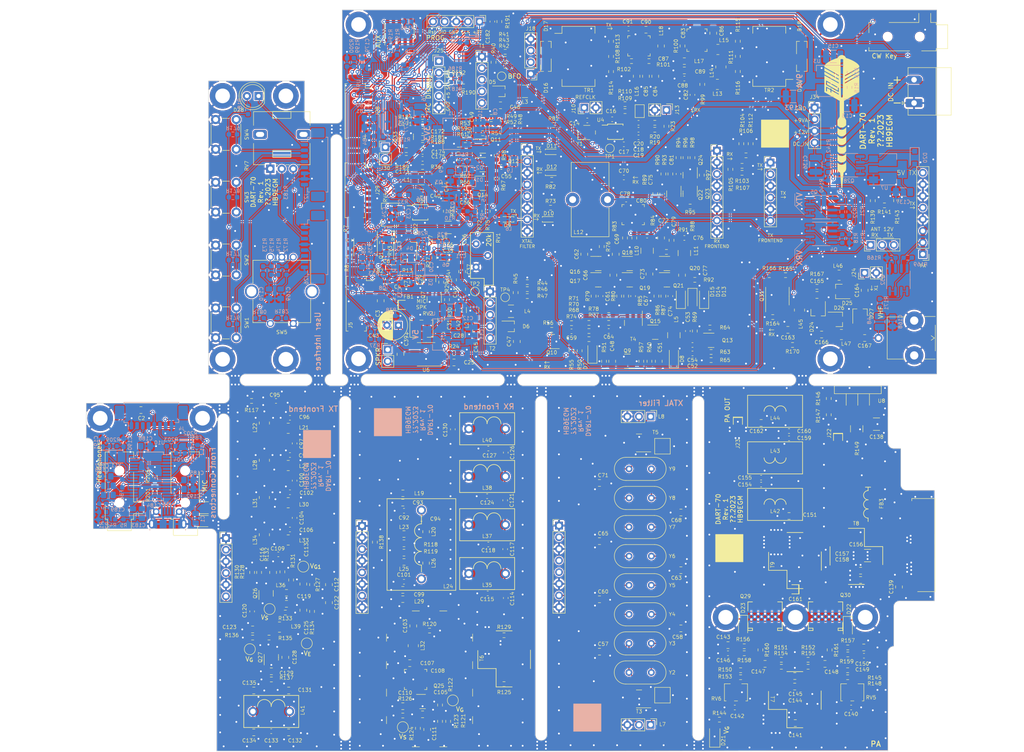
<source format=kicad_pcb>
(kicad_pcb (version 20221018) (generator pcbnew)

  (general
    (thickness 1.6)
  )

  (paper "A4")
  (title_block
    (title "DART-70 TRX")
    (date "2023-03-28")
    (rev "1")
    (company "HB9EGM")
  )

  (layers
    (0 "F.Cu" signal)
    (31 "B.Cu" signal)
    (32 "B.Adhes" user "B.Adhesive")
    (33 "F.Adhes" user "F.Adhesive")
    (34 "B.Paste" user)
    (35 "F.Paste" user)
    (36 "B.SilkS" user "B.Silkscreen")
    (37 "F.SilkS" user "F.Silkscreen")
    (38 "B.Mask" user)
    (39 "F.Mask" user)
    (40 "Dwgs.User" user "User.Drawings")
    (41 "Cmts.User" user "User.Comments")
    (42 "Eco1.User" user "User.Eco1")
    (43 "Eco2.User" user "User.Eco2")
    (44 "Edge.Cuts" user)
    (45 "Margin" user "Edge.Cuts.Setback")
    (46 "B.CrtYd" user "B.Courtyard")
    (47 "F.CrtYd" user "F.Courtyard")
    (48 "B.Fab" user)
    (49 "F.Fab" user)
    (50 "User.1" user "Milling")
    (51 "User.2" user)
    (52 "User.3" user)
    (53 "User.4" user)
    (54 "User.5" user)
    (55 "User.6" user)
    (56 "User.7" user)
    (57 "User.8" user)
    (58 "User.9" user)
  )

  (setup
    (stackup
      (layer "F.SilkS" (type "Top Silk Screen"))
      (layer "F.Paste" (type "Top Solder Paste"))
      (layer "F.Mask" (type "Top Solder Mask") (thickness 0.01))
      (layer "F.Cu" (type "copper") (thickness 0.035))
      (layer "dielectric 1" (type "core") (thickness 1.51) (material "FR4") (epsilon_r 4.5) (loss_tangent 0.02))
      (layer "B.Cu" (type "copper") (thickness 0.035))
      (layer "B.Mask" (type "Bottom Solder Mask") (thickness 0.01))
      (layer "B.Paste" (type "Bottom Solder Paste"))
      (layer "B.SilkS" (type "Bottom Silk Screen"))
      (copper_finish "None")
      (dielectric_constraints no)
    )
    (pad_to_mask_clearance 0)
    (pcbplotparams
      (layerselection 0x000d130_ffffffff)
      (plot_on_all_layers_selection 0x0000000_00000000)
      (disableapertmacros false)
      (usegerberextensions false)
      (usegerberattributes true)
      (usegerberadvancedattributes true)
      (creategerberjobfile true)
      (dashed_line_dash_ratio 12.000000)
      (dashed_line_gap_ratio 3.000000)
      (svgprecision 6)
      (plotframeref false)
      (viasonmask false)
      (mode 1)
      (useauxorigin false)
      (hpglpennumber 1)
      (hpglpenspeed 20)
      (hpglpendiameter 15.000000)
      (dxfpolygonmode true)
      (dxfimperialunits true)
      (dxfusepcbnewfont true)
      (psnegative false)
      (psa4output false)
      (plotreference true)
      (plotvalue true)
      (plotinvisibletext false)
      (sketchpadsonfab false)
      (subtractmaskfromsilk false)
      (outputformat 4)
      (mirror false)
      (drillshape 0)
      (scaleselection 1)
      (outputdirectory "out")
    )
  )

  (net 0 "")
  (net 1 "+12V")
  (net 2 "GND")
  (net 3 "Net-(C1-Pad1)")
  (net 4 "Net-(J4-Pin_7)")
  (net 5 "+9VA")
  (net 6 "/MIC")
  (net 7 "Net-(C6-Pad2)")
  (net 8 "+5VA")
  (net 9 "Net-(J4-Pin_5)")
  (net 10 "Net-(J5-Pin_3)")
  (net 11 "Net-(J5-Pin_2)")
  (net 12 "Net-(Q2-C)")
  (net 13 "Net-(D1-K)")
  (net 14 "Net-(D2-K)")
  (net 15 "/BFO")
  (net 16 "Net-(J10-In)")
  (net 17 "Net-(U4-XA)")
  (net 18 "Net-(U3-ADJ)")
  (net 19 "/Antenna Switch/TX")
  (net 20 "Net-(U4-CLK1)")
  (net 21 "Net-(C18-Pad2)")
  (net 22 "Net-(U4-CLK2)")
  (net 23 "Net-(U4-CLK0)")
  (net 24 "Net-(JP1-A)")
  (net 25 "Net-(Q6-B)")
  (net 26 "Net-(C22-Pad1)")
  (net 27 "Net-(U5-IN+)")
  (net 28 "Net-(U5-VCAIN)")
  (net 29 "Net-(U5-BUFOUT)")
  (net 30 "Net-(C21-Pad2)")
  (net 31 "Net-(C26-Pad1)")
  (net 32 "Net-(U6-VDD)")
  (net 33 "Net-(C26-Pad2)")
  (net 34 "Net-(C28-Pad1)")
  (net 35 "+VRX")
  (net 36 "Net-(U6-VIN)")
  (net 37 "Net-(Q6-C)")
  (net 38 "/Baseband/VAGC")
  (net 39 "Net-(D3-K)")
  (net 40 "Net-(Q7-C)")
  (net 41 "Net-(C29-Pad1)")
  (net 42 "Net-(D4-K)")
  (net 43 "Net-(C41-Pad2)")
  (net 44 "Net-(U5-AVG)")
  (net 45 "/Baseband/SPKR_OUT")
  (net 46 "Net-(Q7-B)")
  (net 47 "Net-(U6-BYPASS)")
  (net 48 "Net-(C40-Pad1)")
  (net 49 "Net-(U5-VOUT)")
  (net 50 "Net-(C46-Pad1)")
  (net 51 "Net-(C46-Pad2)")
  (net 52 "Net-(C47-Pad1)")
  (net 53 "Net-(C47-Pad2)")
  (net 54 "Net-(C48-Pad1)")
  (net 55 "Net-(J15-Pin_1)")
  (net 56 "Net-(T1-SC)")
  (net 57 "Net-(C49-Pad2)")
  (net 58 "Net-(C50-Pad1)")
  (net 59 "Net-(C42-Pad2)")
  (net 60 "Net-(T2-SC)")
  (net 61 "Net-(C53-Pad1)")
  (net 62 "Net-(D7-K)")
  (net 63 "Net-(Q11-B)")
  (net 64 "Net-(Q11-E)")
  (net 65 "Net-(D8-K)")
  (net 66 "Net-(Q13-E)")
  (net 67 "Net-(Q15-E)")
  (net 68 "Net-(C52-Pad2)")
  (net 69 "Net-(Q12-C)")
  (net 70 "Net-(C60-Pad2)")
  (net 71 "Net-(C56-Pad1)")
  (net 72 "Net-(C58-Pad2)")
  (net 73 "Net-(C63-Pad2)")
  (net 74 "Net-(Q14-E)")
  (net 75 "Net-(C59-Pad1)")
  (net 76 "Net-(C65-Pad2)")
  (net 77 "Net-(T3-PR2)")
  (net 78 "Net-(Q17-S)")
  (net 79 "Net-(Q16-B)")
  (net 80 "Net-(T4-PR2)")
  (net 81 "Net-(Q18-C)")
  (net 82 "Net-(Q17-G)")
  (net 83 "Net-(Q19-S)")
  (net 84 "Net-(Q18-B)")
  (net 85 "Net-(C72-Pad2)")
  (net 86 "Net-(D12-A)")
  (net 87 "Net-(Q22-E)")
  (net 88 "Net-(T5-PR2)")
  (net 89 "Net-(C68-Pad2)")
  (net 90 "Net-(C76-Pad2)")
  (net 91 "Net-(Q20-C)")
  (net 92 "Net-(Q19-G)")
  (net 93 "Net-(Q21-S)")
  (net 94 "Net-(C81-Pad1)")
  (net 95 "Net-(Q22-C)")
  (net 96 "Net-(Q21-G)")
  (net 97 "Net-(C82-Pad2)")
  (net 98 "Net-(Q20-B)")
  (net 99 "Net-(C77-Pad2)")
  (net 100 "Net-(Q24-E)")
  (net 101 "Net-(C87-Pad2)")
  (net 102 "Net-(C83-Pad1)")
  (net 103 "/70MHz VHF Frontend/VHF_RX")
  (net 104 "/70MHz VHF Frontend/TX_FROM_MIX")
  (net 105 "Net-(C84-Pad2)")
  (net 106 "Net-(C87-Pad1)")
  (net 107 "Net-(C88-Pad2)")
  (net 108 "Net-(C101-Pad2)")
  (net 109 "Net-(Q24-B)")
  (net 110 "Net-(C94-Pad1)")
  (net 111 "Net-(C95-Pad2)")
  (net 112 "Net-(C109-Pad2)")
  (net 113 "/70MHz VHF Frontend/+VTX_FE")
  (net 114 "Net-(TR2-RX-)")
  (net 115 "Net-(C103-Pad2)")
  (net 116 "Net-(C104-Pad1)")
  (net 117 "Net-(C114-Pad2)")
  (net 118 "Net-(J18-Pin_3)")
  (net 119 "Net-(Q25-G1)")
  (net 120 "Net-(Q25-G2)")
  (net 121 "Net-(Q25-S)")
  (net 122 "Net-(C121-Pad1)")
  (net 123 "Net-(C125-Pad2)")
  (net 124 "Net-(C126-Pad1)")
  (net 125 "Net-(C128-Pad1)")
  (net 126 "Net-(T6-AA)")
  (net 127 "Net-(T6-SB)")
  (net 128 "/70MHz VHF Frontend/RX_TO_MIX")
  (net 129 "/70MHz VHF Frontend/VHF_TX")
  (net 130 "Net-(C113-Pad2)")
  (net 131 "VGG1")
  (net 132 "Net-(Q26-G1)")
  (net 133 "Net-(Q26-S)")
  (net 134 "Net-(C117-Pad2)")
  (net 135 "Net-(Q26-D)")
  (net 136 "Net-(Q27-B)")
  (net 137 "Net-(Q27-C)")
  (net 138 "VGG2")
  (net 139 "+3V3")
  (net 140 "/PA 70MHz/VG_5V")
  (net 141 "Net-(Q27-E)")
  (net 142 "Net-(D20-A)")
  (net 143 "Net-(C159-Pad2)")
  (net 144 "/Control on separate board/ENC_B")
  (net 145 "/Control on separate board/ENC_A")
  (net 146 "/Control on separate board/3.3V_UI")
  (net 147 "Net-(J21-Pin_1)")
  (net 148 "Net-(C171-Pad1)")
  (net 149 "Net-(C172-Pad1)")
  (net 150 "Net-(C147-Pad1)")
  (net 151 "Net-(C148-Pad1)")
  (net 152 "Net-(T7-AB)")
  (net 153 "Net-(J21-Pin_5)")
  (net 154 "Net-(C154-Pad2)")
  (net 155 "Net-(T7-SB)")
  (net 156 "Net-(T7-SA)")
  (net 157 "Net-(T9-SB)")
  (net 158 "Net-(Q30-D)")
  (net 159 "Net-(Q29-D)")
  (net 160 "Net-(J23-In)")
  (net 161 "Net-(D24-K)")
  (net 162 "Net-(D25-A)")
  (net 163 "Net-(D24-A)")
  (net 164 "Net-(D26-K)")
  (net 165 "Net-(J26-Pin_7)")
  (net 166 "Net-(J26-Pin_6)")
  (net 167 "Net-(Q33-B)")
  (net 168 "Net-(U9-VDDA)")
  (net 169 "Net-(U10-VINL)")
  (net 170 "Net-(U10-VINR)")
  (net 171 "Net-(U10-VOUTL)")
  (net 172 "Net-(U10-VOUTR)")
  (net 173 "Net-(U10-VCOM)")
  (net 174 "Net-(T1-SA)")
  (net 175 "Net-(T1-SB)")
  (net 176 "Net-(T2-SA)")
  (net 177 "Net-(T2-SB)")
  (net 178 "Net-(D7-A)")
  (net 179 "/Control on separate board/STATUSn")
  (net 180 "Net-(D8-A)")
  (net 181 "Net-(D10-K)")
  (net 182 "Net-(D9-A)")
  (net 183 "Net-(D10-A)")
  (net 184 "Net-(C166-Pad1)")
  (net 185 "Net-(D11-K)")
  (net 186 "Net-(C168-Pad2)")
  (net 187 "Net-(D11-A)")
  (net 188 "Net-(D13-A)")
  (net 189 "/CW_RING")
  (net 190 "/CW_TIP")
  (net 191 "Net-(D14-A)")
  (net 192 "Net-(D15-A)")
  (net 193 "Net-(C174-Pad1)")
  (net 194 "/Baseband/SPKR_DET")
  (net 195 "Net-(TR1-RD+)")
  (net 196 "Net-(TR1-RD-)")
  (net 197 "Net-(TR1-TD-)")
  (net 198 "Net-(TR1-TD+)")
  (net 199 "Net-(TR2-RD+)")
  (net 200 "/Baseband/GPIO_XTAL")
  (net 201 "/EN_VRX")
  (net 202 "/EN_VTX")
  (net 203 "Net-(TR2-RD-)")
  (net 204 "/Baseband/CW_KEYn")
  (net 205 "/Baseband/CW_TONE")
  (net 206 "/MIC_PTT")
  (net 207 "/Baseband/SPKR_VOL")
  (net 208 "/MUTE_MICn")
  (net 209 "/SDA")
  (net 210 "/SCL")
  (net 211 "/S_METER")
  (net 212 "/Baseband/VHF_IN")
  (net 213 "/Baseband/VHF_OUT")
  (net 214 "/CLK1")
  (net 215 "Net-(TR2-TD-)")
  (net 216 "+VTX")
  (net 217 "Net-(TR2-TD+)")
  (net 218 "unconnected-(J2-PadNC)")
  (net 219 "unconnected-(J2-PadR1)")
  (net 220 "Net-(D20-K)")
  (net 221 "/Control on separate board/DISP_LAT")
  (net 222 "/Control on separate board/I2C2_SDA")
  (net 223 "/Control on separate board/I2C2_SCL")
  (net 224 "/Control on separate board/PC14")
  (net 225 "/Control on separate board/PC13")
  (net 226 "unconnected-(J2-PadTN)")
  (net 227 "/Control on separate board/USART1_TX")
  (net 228 "/Control on separate board/USART1_RX")
  (net 229 "/Control on separate board/PB15")
  (net 230 "/Control on separate board/SWCLK")
  (net 231 "/Control on separate board/SWDIO")
  (net 232 "/Control on separate board/RESETn")
  (net 233 "/LO1")
  (net 234 "Net-(L14-Pad1)")
  (net 235 "Net-(D21-A)")
  (net 236 "Net-(D22-A)")
  (net 237 "Net-(L21-Pad2)")
  (net 238 "Net-(L23-Pad2)")
  (net 239 "Net-(L25-Pad2)")
  (net 240 "Net-(D23-A)")
  (net 241 "unconnected-(D24-NC-Pad2)")
  (net 242 "unconnected-(J8-PadTN)")
  (net 243 "unconnected-(D25-NC-Pad2)")
  (net 244 "unconnected-(D26-NC-Pad2)")
  (net 245 "unconnected-(D27-NC-Pad2)")
  (net 246 "Net-(D28-K)")
  (net 247 "Net-(D28-A)")
  (net 248 "Net-(J6-Pin_2)")
  (net 249 "Net-(J22-Pin_2)")
  (net 250 "Net-(J4-Pin_6)")
  (net 251 "Net-(J4-Pin_3)")
  (net 252 "Net-(J4-Pin_2)")
  (net 253 "Net-(J5-Pin_4)")
  (net 254 "Net-(J15-Pin_2)")
  (net 255 "Net-(J17-Pin_2)")
  (net 256 "unconnected-(J17-Pin_4-Pad4)")
  (net 257 "unconnected-(J17-Pin_5-Pad5)")
  (net 258 "/70MHz VHF Frontend/+VRX_FE")
  (net 259 "Net-(J17-Pin_7)")
  (net 260 "Net-(J20-Pin_5)")
  (net 261 "Net-(J22-Pin_1)")
  (net 262 "Net-(J26-Pin_2)")
  (net 263 "Net-(J26-Pin_3)")
  (net 264 "Net-(J26-Pin_5)")
  (net 265 "Net-(L13-Pad1)")
  (net 266 "Net-(L18-Pad1)")
  (net 267 "Net-(L20-Pad2)")
  (net 268 "Net-(L30-Pad2)")
  (net 269 "Net-(L33-Pad2)")
  (net 270 "Net-(J27-Pin_2)")
  (net 271 "Net-(J27-Pin_3)")
  (net 272 "Net-(J27-Pin_4)")
  (net 273 "Net-(J27-Pin_5)")
  (net 274 "Net-(J33-VBUS)")
  (net 275 "Net-(J33-ID)")
  (net 276 "Net-(JP2-C)")
  (net 277 "Net-(Q1A-G)")
  (net 278 "/Control on separate board/BTN0")
  (net 279 "/Control on separate board/BTN1")
  (net 280 "/Control on separate board/BTN2")
  (net 281 "/Control on separate board/BTN3")
  (net 282 "Net-(Q1B-G)")
  (net 283 "/Control on separate board/ENC_BTN")
  (net 284 "/Control on separate board/XTAL1")
  (net 285 "/Control on separate board/XTAL2")
  (net 286 "/Control on separate board/PWM_CW")
  (net 287 "/Control on separate board/MUTE_SPKR")
  (net 288 "Net-(Q2-B)")
  (net 289 "/Control on separate board/BOOT0")
  (net 290 "/Control on separate board/BOOT1")
  (net 291 "Net-(Q3-B)")
  (net 292 "Net-(Q4B-G)")
  (net 293 "Net-(Q5B-G)")
  (net 294 "Net-(Q8-B)")
  (net 295 "Net-(Q9-B)")
  (net 296 "Net-(Q11-C)")
  (net 297 "Net-(Q12-E)")
  (net 298 "Net-(Q13-B)")
  (net 299 "Net-(Q13-C)")
  (net 300 "Net-(Q15-B)")
  (net 301 "/Antenna Switch/RX")
  (net 302 "Net-(Q16-E)")
  (net 303 "Net-(Q16-C)")
  (net 304 "Net-(L27-Pad2)")
  (net 305 "Net-(Q18-E)")
  (net 306 "Net-(Q20-E)")
  (net 307 "Net-(Q22-B)")
  (net 308 "Net-(Q23-B)")
  (net 309 "/Antenna Switch/ANT")
  (net 310 "/Antenna Switch/V_{PIN}")
  (net 311 "Net-(Q25-D)")
  (net 312 "Net-(Q26-G2)")
  (net 313 "/TX_to_PA")
  (net 314 "/Baseband/AGC_to_METER")
  (net 315 "Net-(Q28B-G)")
  (net 316 "/PA 70MHz/V_{DD}")
  (net 317 "Net-(Q29-G)")
  (net 318 "Net-(Q30-G)")
  (net 319 "Net-(Q31B-D-Pad5)")
  (net 320 "Net-(Q31A-D-Pad7)")
  (net 321 "Net-(Q32B-G)")
  (net 322 "Net-(Q32B-D-Pad5)")
  (net 323 "Net-(R40-Pad2)")
  (net 324 "Net-(R44-Pad1)")
  (net 325 "Net-(U5-GATE)")
  (net 326 "Net-(C148-Pad2)")
  (net 327 "Net-(U5-COMP)")
  (net 328 "Net-(U6-HPSense)")
  (net 329 "Net-(C147-Pad2)")
  (net 330 "Net-(T1-AB)")
  (net 331 "Net-(T2-AB)")
  (net 332 "Net-(R110-Pad1)")
  (net 333 "Net-(TR2-C_RD)")
  (net 334 "Net-(R121-Pad2)")
  (net 335 "/VOX_PTTn")
  (net 336 "Net-(TR1-TX-)")
  (net 337 "/EN_PA")
  (net 338 "Net-(TR2-TX-)")
  (net 339 "Net-(U8-ADJ)")
  (net 340 "Net-(R148-Pad1)")
  (net 341 "Net-(R153-Pad1)")
  (net 342 "Net-(R172-Pad1)")
  (net 343 "Net-(U9-PA11)")
  (net 344 "Net-(U9-PA12)")
  (net 345 "Net-(R173-Pad2)")
  (net 346 "Net-(R183-Pad2)")
  (net 347 "/USB Audio/AF_OUT_L")
  (net 348 "/USB Audio/AF_IN")
  (net 349 "Net-(U10-D+)")
  (net 350 "Net-(U10-D-)")
  (net 351 "/USB Audio/VCC")
  (net 352 "/USB Audio/VDD")
  (net 353 "unconnected-(T3-PM-Pad2)")
  (net 354 "/USB Audio/AF_OUT_R")
  (net 355 "unconnected-(T4-PM-Pad2)")
  (net 356 "/USB Audio/XTI")
  (net 357 "/USB Audio/XTO")
  (net 358 "unconnected-(T5-PM-Pad2)")
  (net 359 "/USB Audio/USB_DM")
  (net 360 "/USB Audio/USB_DP")
  (net 361 "unconnected-(TR1-C_RX-Pad10)")
  (net 362 "unconnected-(TR1-C_TX-Pad15)")
  (net 363 "unconnected-(TR2-C_RX-Pad10)")
  (net 364 "unconnected-(TR2-C_TX-Pad15)")
  (net 365 "Net-(U4-XB)")
  (net 366 "unconnected-(U9-VBAT-Pad1)")
  (net 367 "/Control on separate board/USB_DM")
  (net 368 "/Control on separate board/USB_DP")
  (net 369 "unconnected-(U10-HID0-Pad5)")
  (net 370 "unconnected-(U10-HID1-Pad6)")
  (net 371 "Net-(C100-Pad2)")
  (net 372 "Net-(C100-Pad1)")
  (net 373 "unconnected-(U10-HID2-Pad7)")
  (net 374 "unconnected-(U10-DIN-Pad24)")
  (net 375 "unconnected-(U10-DOUT-Pad25)")
  (net 376 "Net-(R108-Pad2)")
  (net 377 "Net-(R180-Pad1)")
  (net 378 "/DC_IN")
  (net 379 "unconnected-(U10-SSPNDn-Pad28)")

  (footprint "Capacitor_SMD:C_0603_1608Metric_Pad1.08x0.95mm_HandSolder" (layer "F.Cu") (at 97.536 47.498 180))

  (footprint "Resistor_SMD:R_0603_1608Metric_Pad0.98x0.95mm_HandSolder" (layer "F.Cu") (at 60.325 137.795 -90))

  (footprint "Crystal:Crystal_HC49-U_Vertical" (layer "F.Cu") (at 142.595 140.589))

  (footprint "Resistor_SMD:R_0603_1608Metric_Pad0.98x0.95mm_HandSolder" (layer "F.Cu") (at 190.343 159.156 180))

  (footprint "Resistor_SMD:R_0603_1608Metric_Pad0.98x0.95mm_HandSolder" (layer "F.Cu") (at 156.972 73.914))

  (footprint "Package_SO:MSOP-10_3x3mm_P0.5mm" (layer "F.Cu") (at 97.028 59.182))

  (footprint "mpb:four_4mm_pads_narrow" (layer "F.Cu") (at 178.913 165.76 90))

  (footprint "Potentiometer_SMD:Potentiometer_Bourns_3214W_Vertical" (layer "F.Cu") (at 90.424 59.69 -90))

  (footprint "Potentiometer_SMD:Potentiometer_Bourns_3214W_Vertical" (layer "F.Cu") (at 93.726 67.564 180))

  (footprint "Resistor_SMD:R_0603_1608Metric_Pad0.98x0.95mm_HandSolder" (layer "F.Cu") (at 73.406 146.304 90))

  (footprint "Capacitor_SMD:C_0603_1608Metric_Pad1.08x0.95mm_HandSolder" (layer "F.Cu") (at 111.76 142.367))

  (footprint "Resistor_SMD:R_0603_1608Metric_Pad0.98x0.95mm_HandSolder" (layer "F.Cu") (at 126.1345 40.132))

  (footprint "Capacitor_SMD:C_0603_1608Metric_Pad1.08x0.95mm_HandSolder" (layer "F.Cu") (at 109.728 39.116 90))

  (footprint "Resistor_SMD:R_0603_1608Metric_Pad0.98x0.95mm_HandSolder" (layer "F.Cu") (at 64.008 152.019 180))

  (footprint "Capacitor_SMD:C_0805_2012Metric_Pad1.18x1.45mm_HandSolder" (layer "F.Cu") (at 178.786 162.712 180))

  (footprint "Capacitor_SMD:C_0805_2012Metric_Pad1.18x1.45mm_HandSolder" (layer "F.Cu") (at 178.8075 160.426 180))

  (footprint "Diode_SMD:D_SOD-123F" (layer "F.Cu") (at 153.924 77.978 90))

  (footprint "Resistor_SMD:R_0603_1608Metric_Pad0.98x0.95mm_HandSolder" (layer "F.Cu") (at 115.57 27.173 180))

  (footprint "mpb:PLD-1.5W" (layer "F.Cu") (at 185.517 147.472 180))

  (footprint "Capacitor_SMD:C_0805_2012Metric_Pad1.18x1.45mm_HandSolder" (layer "F.Cu") (at 201.549 140.97 90))

  (footprint "Capacitor_SMD:C_0805_2012Metric_Pad1.18x1.45mm_HandSolder" (layer "F.Cu") (at 60.6845 172.72))

  (footprint "Inductor_SMD:L_1008_2520Metric_Pad1.43x2.20mm_HandSolder" (layer "F.Cu") (at 62.992 105.1825 90))

  (footprint "Package_TO_SOT_SMD:SOT-23" (layer "F.Cu") (at 125.73 87.376 180))

  (footprint "MountingHole:MountingHole_3.2mm_M3_DIN965_Pad" (layer "F.Cu") (at 53.87525 91.252 90))

  (footprint "Resistor_SMD:R_0603_1608Metric_Pad0.98x0.95mm_HandSolder" (layer "F.Cu") (at 113.7135 46.736 90))

  (footprint "TestPoint:TestPoint_Pad_3.0x3.0mm" (layer "F.Cu") (at 149.91 164.597))

  (footprint "Capacitor_SMD:C_0805_2012Metric_Pad1.18x1.45mm_HandSolder" (layer "F.Cu") (at 94.742 157.607 180))

  (footprint "Inductor_SMD:L_1008_2520Metric_Pad1.43x2.20mm_HandSolder" (layer "F.Cu") (at 162.013 23.622))

  (footprint "Connector_PinHeader_1.27mm:PinHeader_2x05_P1.27mm_Vertical_SMD" (layer "F.Cu") (at 92.456 19.558 90))

  (footprint "Capacitor_SMD:C_0805_2012Metric_Pad1.18x1.45mm_HandSolder" (layer "F.Cu") (at 177.546 125.476))

  (footprint "Capacitor_SMD:C_0603_1608Metric_Pad1.08x0.95mm_HandSolder" (layer "F.Cu") (at 107.8715 46.228 90))

  (footprint "Connector_Phoenix_MC_HighVoltage:PhoenixContact_MC_1,5_2-G-5.08_1x02_P5.08mm_Horizontal" (layer "F.Cu") (at 204.8395 35.306 90))

  (footprint "Inductor_SMD:L_1008_2520Metric_Pad1.43x2.20mm_HandSolder" (layer "F.Cu") (at 62.992 129.5665 90))

  (footprint "Connector_PinHeader_2.54mm:PinHeader_1x03_P2.54mm_Vertical" (layer "F.Cu") (at 195.341 66.294 90))

  (footprint "Capacitor_SMD:C_0805_2012Metric_Pad1.18x1.45mm_HandSolder" (layer "F.Cu") (at 149.098 91.694 -90))

  (footprint "Capacitor_SMD:C_0603_1608Metric_Pad1.08x0.95mm_HandSolder" (layer "F.Cu") (at 156.464 33.528 90))

  (footprint "Resistor_SMD:R_0603_1608Metric_Pad0.98x0.95mm_HandSolder" (layer "F.Cu") (at 106.8555 43.434))

  (footprint "Inductor_SMD:L_0805_2012Metric_Pad1.15x1.40mm_HandSolder" (layer "F.Cu") (at 93.472 129.413 180))

  (footprint "TestPoint:TestPoint_Pad_D2.0mm" (layer "F.Cu") (at 72.263 153.289 -90))

  (footprint "Resistor_SMD:R_0603_1608Metric_Pad0.98x0.95mm_HandSolder" (layer "F.Cu") (at 190.373 154.178))

  (footprint "Package_TO_SOT_SMD:SOT-323_SC-70_Handsoldering" (layer "F.Cu") (at 124.46 22.5845 90))

  (footprint "Resistor_SMD:R_0603_1608Metric_Pad0.98x0.95mm_HandSolder" (layer "F.Cu") (at 186.22 99.822 90))

  (footprint "Resistor_SMD:R_0603_1608Metric_Pad0.98x0.95mm_HandSolder" (layer "F.Cu") (at 141.732 64.77 -90))

  (footprint "Capacitor_SMD:C_0603_1608Metric_Pad1.08x0.95mm_HandSolder" (layer "F.Cu") (at 143.51 77.47 90))

  (footprint "Potentiometer_SMD:Potentiometer_Bourns_3214W_Vertical" (layer "F.Cu") (at 165.959 163.982 180))

  (footprint "Capacitor_SMD:C_0805_2012Metric_Pad1.18x1.45mm_HandSolder" (layer "F.Cu") (at 77.089 140.462 90))

  (footprint "Capacitor_SMD:C_0805_2012Metric_Pad1.18x1.45mm_HandSolder" (layer "F.Cu") (at 153.935 124.714 180))

  (footprint "Capacitor_SMD:C_0805_2012Metric_Pad1.18x1.45mm_HandSolder" (layer "F.Cu")
    (tstamp 17af8c6e-8a91-4da4-bc77-b6fe2ea158f2)
    (at 146.304 29.464 -90)
    (descr "Capacitor SMD 0805 (2012 Metric), square (rectangular) end terminal, IPC_7351 nominal with elongated pad for handsoldering. (Body size source: IPC-SM-782 page 76, https://www.pcb-3d.com/wordpress/wp-content/uploads/ipc-sm-782a_amendment_1_and_2.pdf, https://docs.google.com/spreadsheets/d/1BsfQQcO9C6DZCsRaXUlFlo91Tg2WpOkGARC1WS5S8t0/edit?usp=sharing), generated with kicad-footprint-generator")
    (tags "capacitor handsolder")
    (property "MPN" "")
    (property "Need_order" "0")
    (property "Sheetfile" "baseband.kicad_sch")
    (property "Sheetname" "Baseband")
    (property "ki_description" "Unpolarized capacitor")
    (property "ki_keywords" "cap capacitor")
    (path "/691ab6db-80d5-4c97-9e5f-aae234327d27/1553116c-e663-4098-ad25-fa58585a8d83")
    (attr smd)
    (fp_text reference "C85" (at 3.302 0 90 unlocked) (layer "F.SilkS")
        (effects (font (size 0.8 0.8) (thickness 0.1)))
      (tstamp f0edd48f-5fe7-435c-be18-939b95edb98a)
    )
    (fp_text value "DNF" (at 0 1.68 90) (layer "F.Fab")
        (effects (font (size 1 1) (thickness 0.15)))
      (tstamp a298657d-a4e1-4f91-80b5-1212f220737f)
    )
    (fp_text user "${REFERENCE}" (at 0 0 90) (layer "F.Fab")
        (effects (font (size 0.5 0.5) (thickness 0.08)))
      (tstamp 490a4722-28e3-4eb6-90d4-71dcc1b42f79)
    )
    (fp_line (start -0.261252 -0.735) (end 0.261252 -0.735)
      (stroke (width 0.12) (type solid)) (layer "F.SilkS") (tstamp d741dee3-bec1-4009-aa18-13329a247d3d))
    (fp_line (start -0.261252 0.735) (end 0.261252 0.735)
      (stroke (width 0.12) (type solid)) (layer "F.SilkS") (tstamp a22d9a9e-49af-4c73-9a82-8e420c7396c1))
    (fp_line (start -1.88 -0.98) (end 1.88 -0.98)
      (stroke (width 0.05) (type solid)) (layer "F.CrtYd") (tstamp 41595ab2-4ce8-4139-ac9d-370482fd624a))
    (fp_line (start -1.88 0.98) (end -1.88 -0.98)
      (stroke (width 0.05) (type solid)) (layer "F.CrtYd") (tstamp 127164e1-196a-41af-8e5b-ecbeab98c576))
    (fp_line (start 1.88 -0.98) (end 1.88 0.98)
      (stroke (width 0.05) (type solid)) (layer "F.CrtYd") (tstamp c422dadf-d7c9-4156-9d74-690e4cd0a1b6))
    (fp_line (start 1.88 0.98) (end -1.88 0.98)
      (stroke (width 0.05) (type solid)) (layer "F.CrtYd") (tstamp 81e79bcd-3077-4371-b447-da57092c86fb))
    (fp_line (start -1 -0.625) (end 1 -0.625)
      (stroke (width 0.1) (type solid)) (layer "F.Fab") (tstamp b49d31c6-933b-447e-b646-ec2c49d88c97))
    (fp_line (start -1 0.625) (end -1 -0.625)
      (stroke (width 0.1) (type solid)) (layer "F.Fab") (tstamp c339f8cd-78aa-44ce-b4a8-820e14fa0bba))
    (fp_line (start 1 -0.625) (end 1 0.625)
      (stroke (width 0.1) (type solid)) (layer "F.Fab") (tstamp 70a8f654-df35-44c9-8693-21d7cd985aab))
    (fp_line (start 1 0.625) (end -1 0.625)
      (stroke (width 0.1) (type solid)) (layer "F.Fab") (tstamp 83868b57-bc9f-4c16-a8c5-237ec0b6dfe3))
    (pad "1" smd roundrect (at -1.0375 0 270) (size 1.175 1.45) (layers "F.Cu" "F.Paste" "F.Mask") (roundrect_rratio 0.2127659574)
      (net 105 "Net-(C84-Pad2)") (pintype "passive") (tstamp c5a53c6c-eefe-4a4a-b809-0917eb17d866))
    (pad "2" smd roundrect (at 1.0375 0 270) (size 1.175 1.45) (layers "F.Cu" "F.Paste" "F.Mask") (roundrect_rratio 0.2127659574)
     
... [5754316 chars truncated]
</source>
